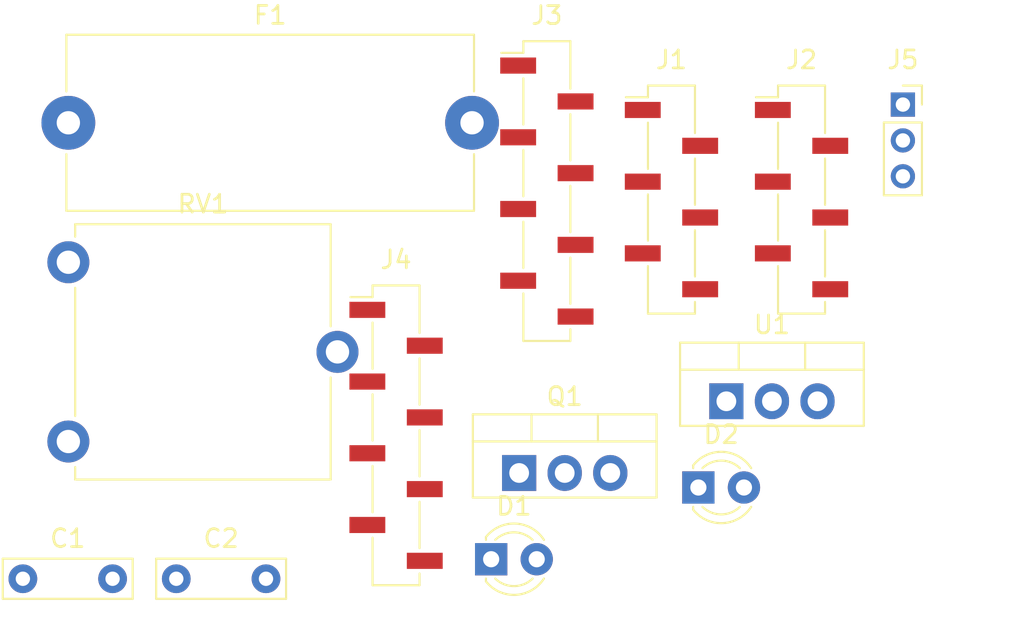
<source format=kicad_pcb>
(kicad_pcb (version 20171130) (host pcbnew 5.1.6)

  (general
    (thickness 1.6)
    (drawings 0)
    (tracks 0)
    (zones 0)
    (modules 13)
    (nets 51)
  )

  (page A4)
  (layers
    (0 F.Cu signal)
    (31 B.Cu signal)
    (32 B.Adhes user)
    (33 F.Adhes user)
    (34 B.Paste user)
    (35 F.Paste user)
    (36 B.SilkS user)
    (37 F.SilkS user)
    (38 B.Mask user)
    (39 F.Mask user)
    (40 Dwgs.User user)
    (41 Cmts.User user)
    (42 Eco1.User user)
    (43 Eco2.User user)
    (44 Edge.Cuts user)
    (45 Margin user)
    (46 B.CrtYd user)
    (47 F.CrtYd user)
    (48 B.Fab user)
    (49 F.Fab user)
  )

  (setup
    (last_trace_width 0.25)
    (trace_clearance 0.2)
    (zone_clearance 0.508)
    (zone_45_only no)
    (trace_min 0.2)
    (via_size 0.8)
    (via_drill 0.4)
    (via_min_size 0.4)
    (via_min_drill 0.3)
    (uvia_size 0.3)
    (uvia_drill 0.1)
    (uvias_allowed no)
    (uvia_min_size 0.2)
    (uvia_min_drill 0.1)
    (edge_width 0.05)
    (segment_width 0.2)
    (pcb_text_width 0.3)
    (pcb_text_size 1.5 1.5)
    (mod_edge_width 0.12)
    (mod_text_size 1 1)
    (mod_text_width 0.15)
    (pad_size 1.524 1.524)
    (pad_drill 0.762)
    (pad_to_mask_clearance 0.05)
    (aux_axis_origin 0 0)
    (visible_elements FFFFFF7F)
    (pcbplotparams
      (layerselection 0x010fc_ffffffff)
      (usegerberextensions false)
      (usegerberattributes true)
      (usegerberadvancedattributes true)
      (creategerberjobfile true)
      (excludeedgelayer true)
      (linewidth 0.100000)
      (plotframeref false)
      (viasonmask false)
      (mode 1)
      (useauxorigin false)
      (hpglpennumber 1)
      (hpglpenspeed 20)
      (hpglpendiameter 15.000000)
      (psnegative false)
      (psa4output false)
      (plotreference true)
      (plotvalue true)
      (plotinvisibletext false)
      (padsonsilk false)
      (subtractmaskfromsilk false)
      (outputformat 1)
      (mirror false)
      (drillshape 1)
      (scaleselection 1)
      (outputdirectory ""))
  )

  (net 0 "")
  (net 1 "Net-(C1-Pad2)")
  (net 2 "Net-(C1-Pad1)")
  (net 3 "Net-(C2-Pad2)")
  (net 4 "Net-(C2-Pad1)")
  (net 5 "Net-(D1-Pad2)")
  (net 6 "Net-(D1-Pad1)")
  (net 7 "Net-(D2-Pad2)")
  (net 8 "Net-(D2-Pad1)")
  (net 9 "Net-(F1-Pad2)")
  (net 10 "Net-(F1-Pad1)")
  (net 11 "Net-(J1-Pad6)")
  (net 12 "Net-(J1-Pad4)")
  (net 13 "Net-(J1-Pad2)")
  (net 14 "Net-(J1-Pad5)")
  (net 15 "Net-(J1-Pad3)")
  (net 16 "Net-(J1-Pad1)")
  (net 17 "Net-(J2-Pad6)")
  (net 18 "Net-(J2-Pad4)")
  (net 19 "Net-(J2-Pad2)")
  (net 20 "Net-(J2-Pad5)")
  (net 21 "Net-(J2-Pad3)")
  (net 22 "Net-(J2-Pad1)")
  (net 23 "Net-(J3-Pad8)")
  (net 24 "Net-(J3-Pad6)")
  (net 25 "Net-(J3-Pad4)")
  (net 26 "Net-(J3-Pad2)")
  (net 27 "Net-(J3-Pad7)")
  (net 28 "Net-(J3-Pad5)")
  (net 29 "Net-(J3-Pad3)")
  (net 30 "Net-(J3-Pad1)")
  (net 31 "Net-(J4-Pad8)")
  (net 32 "Net-(J4-Pad6)")
  (net 33 "Net-(J4-Pad4)")
  (net 34 "Net-(J4-Pad2)")
  (net 35 "Net-(J4-Pad7)")
  (net 36 "Net-(J4-Pad5)")
  (net 37 "Net-(J4-Pad3)")
  (net 38 "Net-(J4-Pad1)")
  (net 39 "Net-(J5-Pad3)")
  (net 40 "Net-(J5-Pad2)")
  (net 41 "Net-(J5-Pad1)")
  (net 42 "Net-(Q1-Pad3)")
  (net 43 "Net-(Q1-Pad2)")
  (net 44 "Net-(Q1-Pad1)")
  (net 45 "Net-(RV1-Pad1)")
  (net 46 "Net-(RV1-Pad2)")
  (net 47 "Net-(RV1-Pad3)")
  (net 48 "Net-(U1-Pad3)")
  (net 49 "Net-(U1-Pad2)")
  (net 50 "Net-(U1-Pad1)")

  (net_class Default "This is the default net class."
    (clearance 0.2)
    (trace_width 0.25)
    (via_dia 0.8)
    (via_drill 0.4)
    (uvia_dia 0.3)
    (uvia_drill 0.1)
    (add_net "Net-(C1-Pad1)")
    (add_net "Net-(C1-Pad2)")
    (add_net "Net-(C2-Pad1)")
    (add_net "Net-(C2-Pad2)")
    (add_net "Net-(D1-Pad1)")
    (add_net "Net-(D1-Pad2)")
    (add_net "Net-(D2-Pad1)")
    (add_net "Net-(D2-Pad2)")
    (add_net "Net-(F1-Pad1)")
    (add_net "Net-(F1-Pad2)")
    (add_net "Net-(J1-Pad1)")
    (add_net "Net-(J1-Pad2)")
    (add_net "Net-(J1-Pad3)")
    (add_net "Net-(J1-Pad4)")
    (add_net "Net-(J1-Pad5)")
    (add_net "Net-(J1-Pad6)")
    (add_net "Net-(J2-Pad1)")
    (add_net "Net-(J2-Pad2)")
    (add_net "Net-(J2-Pad3)")
    (add_net "Net-(J2-Pad4)")
    (add_net "Net-(J2-Pad5)")
    (add_net "Net-(J2-Pad6)")
    (add_net "Net-(J3-Pad1)")
    (add_net "Net-(J3-Pad2)")
    (add_net "Net-(J3-Pad3)")
    (add_net "Net-(J3-Pad4)")
    (add_net "Net-(J3-Pad5)")
    (add_net "Net-(J3-Pad6)")
    (add_net "Net-(J3-Pad7)")
    (add_net "Net-(J3-Pad8)")
    (add_net "Net-(J4-Pad1)")
    (add_net "Net-(J4-Pad2)")
    (add_net "Net-(J4-Pad3)")
    (add_net "Net-(J4-Pad4)")
    (add_net "Net-(J4-Pad5)")
    (add_net "Net-(J4-Pad6)")
    (add_net "Net-(J4-Pad7)")
    (add_net "Net-(J4-Pad8)")
    (add_net "Net-(J5-Pad1)")
    (add_net "Net-(J5-Pad2)")
    (add_net "Net-(J5-Pad3)")
    (add_net "Net-(Q1-Pad1)")
    (add_net "Net-(Q1-Pad2)")
    (add_net "Net-(Q1-Pad3)")
    (add_net "Net-(RV1-Pad1)")
    (add_net "Net-(RV1-Pad2)")
    (add_net "Net-(RV1-Pad3)")
    (add_net "Net-(U1-Pad1)")
    (add_net "Net-(U1-Pad2)")
    (add_net "Net-(U1-Pad3)")
  )

  (module Package_TO_SOT_THT:TO-220-3_Vertical (layer F.Cu) (tedit 5AC8BA0D) (tstamp 5F455931)
    (at 81.125001 53.635001)
    (descr "TO-220-3, Vertical, RM 2.54mm, see https://www.vishay.com/docs/66542/to-220-1.pdf")
    (tags "TO-220-3 Vertical RM 2.54mm")
    (path /5F4573E9)
    (fp_text reference U1 (at 2.54 -4.27) (layer F.SilkS)
      (effects (font (size 1 1) (thickness 0.15)))
    )
    (fp_text value LM7805_TO220 (at 2.54 2.5) (layer F.Fab)
      (effects (font (size 1 1) (thickness 0.15)))
    )
    (fp_text user %R (at 2.54 -4.27) (layer F.Fab)
      (effects (font (size 1 1) (thickness 0.15)))
    )
    (fp_line (start -2.46 -3.15) (end -2.46 1.25) (layer F.Fab) (width 0.1))
    (fp_line (start -2.46 1.25) (end 7.54 1.25) (layer F.Fab) (width 0.1))
    (fp_line (start 7.54 1.25) (end 7.54 -3.15) (layer F.Fab) (width 0.1))
    (fp_line (start 7.54 -3.15) (end -2.46 -3.15) (layer F.Fab) (width 0.1))
    (fp_line (start -2.46 -1.88) (end 7.54 -1.88) (layer F.Fab) (width 0.1))
    (fp_line (start 0.69 -3.15) (end 0.69 -1.88) (layer F.Fab) (width 0.1))
    (fp_line (start 4.39 -3.15) (end 4.39 -1.88) (layer F.Fab) (width 0.1))
    (fp_line (start -2.58 -3.27) (end 7.66 -3.27) (layer F.SilkS) (width 0.12))
    (fp_line (start -2.58 1.371) (end 7.66 1.371) (layer F.SilkS) (width 0.12))
    (fp_line (start -2.58 -3.27) (end -2.58 1.371) (layer F.SilkS) (width 0.12))
    (fp_line (start 7.66 -3.27) (end 7.66 1.371) (layer F.SilkS) (width 0.12))
    (fp_line (start -2.58 -1.76) (end 7.66 -1.76) (layer F.SilkS) (width 0.12))
    (fp_line (start 0.69 -3.27) (end 0.69 -1.76) (layer F.SilkS) (width 0.12))
    (fp_line (start 4.391 -3.27) (end 4.391 -1.76) (layer F.SilkS) (width 0.12))
    (fp_line (start -2.71 -3.4) (end -2.71 1.51) (layer F.CrtYd) (width 0.05))
    (fp_line (start -2.71 1.51) (end 7.79 1.51) (layer F.CrtYd) (width 0.05))
    (fp_line (start 7.79 1.51) (end 7.79 -3.4) (layer F.CrtYd) (width 0.05))
    (fp_line (start 7.79 -3.4) (end -2.71 -3.4) (layer F.CrtYd) (width 0.05))
    (pad 3 thru_hole oval (at 5.08 0) (size 1.905 2) (drill 1.1) (layers *.Cu *.Mask)
      (net 48 "Net-(U1-Pad3)"))
    (pad 2 thru_hole oval (at 2.54 0) (size 1.905 2) (drill 1.1) (layers *.Cu *.Mask)
      (net 49 "Net-(U1-Pad2)"))
    (pad 1 thru_hole rect (at 0 0) (size 1.905 2) (drill 1.1) (layers *.Cu *.Mask)
      (net 50 "Net-(U1-Pad1)"))
    (model ${KISYS3DMOD}/Package_TO_SOT_THT.3dshapes/TO-220-3_Vertical.wrl
      (at (xyz 0 0 0))
      (scale (xyz 1 1 1))
      (rotate (xyz 0 0 0))
    )
  )

  (module Potentiometer_THT:Potentiometer_ACP_CA14V-15_Vertical (layer F.Cu) (tedit 5A3D4994) (tstamp 5F455917)
    (at 44.45 55.88)
    (descr "Potentiometer, vertical, ACP CA14V-15, http://www.acptechnologies.com/wp-content/uploads/2017/10/03-ACP-CA14-CE14.pdf")
    (tags "Potentiometer vertical ACP CA14V-15")
    (path /5F45ABA9)
    (fp_text reference RV1 (at 7.5 -13.25) (layer F.SilkS)
      (effects (font (size 1 1) (thickness 0.15)))
    )
    (fp_text value R_POT_TRIM (at 7.5 3.25) (layer F.Fab)
      (effects (font (size 1 1) (thickness 0.15)))
    )
    (fp_text user %R (at 1.5 -5 90) (layer F.Fab)
      (effects (font (size 1 1) (thickness 0.15)))
    )
    (fp_circle (center 7.5 -5) (end 10 -5) (layer F.Fab) (width 0.1))
    (fp_line (start 0.5 -12) (end 0.5 2) (layer F.Fab) (width 0.1))
    (fp_line (start 0.5 2) (end 14.5 2) (layer F.Fab) (width 0.1))
    (fp_line (start 14.5 2) (end 14.5 -12) (layer F.Fab) (width 0.1))
    (fp_line (start 14.5 -12) (end 0.5 -12) (layer F.Fab) (width 0.1))
    (fp_line (start 0.38 -12.12) (end 14.62 -12.12) (layer F.SilkS) (width 0.12))
    (fp_line (start 0.38 2.12) (end 14.62 2.12) (layer F.SilkS) (width 0.12))
    (fp_line (start 0.38 -12.12) (end 0.38 -11.426) (layer F.SilkS) (width 0.12))
    (fp_line (start 0.38 -8.574) (end 0.38 -1.425) (layer F.SilkS) (width 0.12))
    (fp_line (start 0.38 1.425) (end 0.38 2.12) (layer F.SilkS) (width 0.12))
    (fp_line (start 14.62 -12.12) (end 14.62 -6.425) (layer F.SilkS) (width 0.12))
    (fp_line (start 14.62 -3.575) (end 14.62 2.12) (layer F.SilkS) (width 0.12))
    (fp_line (start -1.45 -12.25) (end -1.45 2.25) (layer F.CrtYd) (width 0.05))
    (fp_line (start -1.45 2.25) (end 16.45 2.25) (layer F.CrtYd) (width 0.05))
    (fp_line (start 16.45 2.25) (end 16.45 -12.25) (layer F.CrtYd) (width 0.05))
    (fp_line (start 16.45 -12.25) (end -1.45 -12.25) (layer F.CrtYd) (width 0.05))
    (pad 1 thru_hole circle (at 0 0) (size 2.34 2.34) (drill 1.3) (layers *.Cu *.Mask)
      (net 45 "Net-(RV1-Pad1)"))
    (pad 2 thru_hole circle (at 15 -5) (size 2.34 2.34) (drill 1.3) (layers *.Cu *.Mask)
      (net 46 "Net-(RV1-Pad2)"))
    (pad 3 thru_hole circle (at 0 -10) (size 2.34 2.34) (drill 1.3) (layers *.Cu *.Mask)
      (net 47 "Net-(RV1-Pad3)"))
    (model ${KISYS3DMOD}/Potentiometer_THT.3dshapes/Potentiometer_ACP_CA14V-15_Vertical.wrl
      (at (xyz 0 0 0))
      (scale (xyz 1 1 1))
      (rotate (xyz 0 0 0))
    )
  )

  (module Package_TO_SOT_THT:TO-220-3_Vertical (layer F.Cu) (tedit 5AC8BA0D) (tstamp 5F4558FF)
    (at 69.575001 57.635001)
    (descr "TO-220-3, Vertical, RM 2.54mm, see https://www.vishay.com/docs/66542/to-220-1.pdf")
    (tags "TO-220-3 Vertical RM 2.54mm")
    (path /5F4567FA)
    (fp_text reference Q1 (at 2.54 -4.27) (layer F.SilkS)
      (effects (font (size 1 1) (thickness 0.15)))
    )
    (fp_text value BUZ11 (at 2.54 2.5) (layer F.Fab)
      (effects (font (size 1 1) (thickness 0.15)))
    )
    (fp_text user %R (at 2.54 -4.27) (layer F.Fab)
      (effects (font (size 1 1) (thickness 0.15)))
    )
    (fp_line (start -2.46 -3.15) (end -2.46 1.25) (layer F.Fab) (width 0.1))
    (fp_line (start -2.46 1.25) (end 7.54 1.25) (layer F.Fab) (width 0.1))
    (fp_line (start 7.54 1.25) (end 7.54 -3.15) (layer F.Fab) (width 0.1))
    (fp_line (start 7.54 -3.15) (end -2.46 -3.15) (layer F.Fab) (width 0.1))
    (fp_line (start -2.46 -1.88) (end 7.54 -1.88) (layer F.Fab) (width 0.1))
    (fp_line (start 0.69 -3.15) (end 0.69 -1.88) (layer F.Fab) (width 0.1))
    (fp_line (start 4.39 -3.15) (end 4.39 -1.88) (layer F.Fab) (width 0.1))
    (fp_line (start -2.58 -3.27) (end 7.66 -3.27) (layer F.SilkS) (width 0.12))
    (fp_line (start -2.58 1.371) (end 7.66 1.371) (layer F.SilkS) (width 0.12))
    (fp_line (start -2.58 -3.27) (end -2.58 1.371) (layer F.SilkS) (width 0.12))
    (fp_line (start 7.66 -3.27) (end 7.66 1.371) (layer F.SilkS) (width 0.12))
    (fp_line (start -2.58 -1.76) (end 7.66 -1.76) (layer F.SilkS) (width 0.12))
    (fp_line (start 0.69 -3.27) (end 0.69 -1.76) (layer F.SilkS) (width 0.12))
    (fp_line (start 4.391 -3.27) (end 4.391 -1.76) (layer F.SilkS) (width 0.12))
    (fp_line (start -2.71 -3.4) (end -2.71 1.51) (layer F.CrtYd) (width 0.05))
    (fp_line (start -2.71 1.51) (end 7.79 1.51) (layer F.CrtYd) (width 0.05))
    (fp_line (start 7.79 1.51) (end 7.79 -3.4) (layer F.CrtYd) (width 0.05))
    (fp_line (start 7.79 -3.4) (end -2.71 -3.4) (layer F.CrtYd) (width 0.05))
    (pad 3 thru_hole oval (at 5.08 0) (size 1.905 2) (drill 1.1) (layers *.Cu *.Mask)
      (net 42 "Net-(Q1-Pad3)"))
    (pad 2 thru_hole oval (at 2.54 0) (size 1.905 2) (drill 1.1) (layers *.Cu *.Mask)
      (net 43 "Net-(Q1-Pad2)"))
    (pad 1 thru_hole rect (at 0 0) (size 1.905 2) (drill 1.1) (layers *.Cu *.Mask)
      (net 44 "Net-(Q1-Pad1)"))
    (model ${KISYS3DMOD}/Package_TO_SOT_THT.3dshapes/TO-220-3_Vertical.wrl
      (at (xyz 0 0 0))
      (scale (xyz 1 1 1))
      (rotate (xyz 0 0 0))
    )
  )

  (module Connector_PinSocket_2.00mm:PinSocket_1x03_P2.00mm_Vertical (layer F.Cu) (tedit 5A19A42B) (tstamp 5F4558E5)
    (at 90.965001 37.085001)
    (descr "Through hole straight socket strip, 1x03, 2.00mm pitch, single row (from Kicad 4.0.7), script generated")
    (tags "Through hole socket strip THT 1x03 2.00mm single row")
    (path /5F455BF6)
    (fp_text reference J5 (at 0 -2.5) (layer F.SilkS)
      (effects (font (size 1 1) (thickness 0.15)))
    )
    (fp_text value Conn_01x03_Male (at 0 6.5) (layer F.Fab)
      (effects (font (size 1 1) (thickness 0.15)))
    )
    (fp_text user %R (at 0 2 90) (layer F.Fab)
      (effects (font (size 1 1) (thickness 0.15)))
    )
    (fp_line (start -1 -1) (end 0.5 -1) (layer F.Fab) (width 0.1))
    (fp_line (start 0.5 -1) (end 1 -0.5) (layer F.Fab) (width 0.1))
    (fp_line (start 1 -0.5) (end 1 5) (layer F.Fab) (width 0.1))
    (fp_line (start 1 5) (end -1 5) (layer F.Fab) (width 0.1))
    (fp_line (start -1 5) (end -1 -1) (layer F.Fab) (width 0.1))
    (fp_line (start -1.06 1) (end 1.06 1) (layer F.SilkS) (width 0.12))
    (fp_line (start -1.06 1) (end -1.06 5.06) (layer F.SilkS) (width 0.12))
    (fp_line (start -1.06 5.06) (end 1.06 5.06) (layer F.SilkS) (width 0.12))
    (fp_line (start 1.06 1) (end 1.06 5.06) (layer F.SilkS) (width 0.12))
    (fp_line (start 1.06 -1.06) (end 1.06 0) (layer F.SilkS) (width 0.12))
    (fp_line (start 0 -1.06) (end 1.06 -1.06) (layer F.SilkS) (width 0.12))
    (fp_line (start -1.5 -1.5) (end 1.5 -1.5) (layer F.CrtYd) (width 0.05))
    (fp_line (start 1.5 -1.5) (end 1.5 5.5) (layer F.CrtYd) (width 0.05))
    (fp_line (start 1.5 5.5) (end -1.5 5.5) (layer F.CrtYd) (width 0.05))
    (fp_line (start -1.5 5.5) (end -1.5 -1.5) (layer F.CrtYd) (width 0.05))
    (pad 3 thru_hole oval (at 0 4) (size 1.35 1.35) (drill 0.8) (layers *.Cu *.Mask)
      (net 39 "Net-(J5-Pad3)"))
    (pad 2 thru_hole oval (at 0 2) (size 1.35 1.35) (drill 0.8) (layers *.Cu *.Mask)
      (net 40 "Net-(J5-Pad2)"))
    (pad 1 thru_hole rect (at 0 0) (size 1.35 1.35) (drill 0.8) (layers *.Cu *.Mask)
      (net 41 "Net-(J5-Pad1)"))
    (model ${KISYS3DMOD}/Connector_PinSocket_2.00mm.3dshapes/PinSocket_1x03_P2.00mm_Vertical.wrl
      (at (xyz 0 0 0))
      (scale (xyz 1 1 1))
      (rotate (xyz 0 0 0))
    )
  )

  (module Connector_PinSocket_2.00mm:PinSocket_1x08_P2.00mm_Vertical_SMD_Pin1Left (layer F.Cu) (tedit 5A19A423) (tstamp 5F4558CE)
    (at 62.715001 55.535001)
    (descr "surface-mounted straight socket strip, 1x08, 2.00mm pitch, single row, style 1 (pin 1 left) (https://www.jayconsystems.com/fileuploader/download/download/?d=1&file=custom%2Fupload%2FFile-1375728122.pdf), script generated")
    (tags "Surface mounted socket strip SMD 1x08 2.00mm single row style1 pin1 left")
    (path /5F453DBE)
    (attr smd)
    (fp_text reference J4 (at 0 -9.8) (layer F.SilkS)
      (effects (font (size 1 1) (thickness 0.15)))
    )
    (fp_text value Conn_01x08_Male (at 0 9.8) (layer F.Fab)
      (effects (font (size 1 1) (thickness 0.15)))
    )
    (fp_text user %R (at 0 0 90) (layer F.Fab)
      (effects (font (size 1 1) (thickness 0.15)))
    )
    (fp_line (start -1.31 -8.36) (end 1.31 -8.36) (layer F.SilkS) (width 0.12))
    (fp_line (start 1.31 -8.36) (end 1.31 -5.71) (layer F.SilkS) (width 0.12))
    (fp_line (start 1.31 -4.29) (end 1.31 -1.71) (layer F.SilkS) (width 0.12))
    (fp_line (start 1.31 -0.29) (end 1.31 2.29) (layer F.SilkS) (width 0.12))
    (fp_line (start 1.31 3.71) (end 1.31 6.29) (layer F.SilkS) (width 0.12))
    (fp_line (start 1.31 7.71) (end 1.31 8.36) (layer F.SilkS) (width 0.12))
    (fp_line (start -1.31 8.36) (end 1.31 8.36) (layer F.SilkS) (width 0.12))
    (fp_line (start -1.31 -8.36) (end -1.31 -7.71) (layer F.SilkS) (width 0.12))
    (fp_line (start -1.31 -6.29) (end -1.31 -3.71) (layer F.SilkS) (width 0.12))
    (fp_line (start -1.31 -2.29) (end -1.31 0.29) (layer F.SilkS) (width 0.12))
    (fp_line (start -1.31 1.71) (end -1.31 4.29) (layer F.SilkS) (width 0.12))
    (fp_line (start -1.31 5.71) (end -1.31 8.36) (layer F.SilkS) (width 0.12))
    (fp_line (start -2.54 -7.71) (end -1.31 -7.71) (layer F.SilkS) (width 0.12))
    (fp_line (start -0.625 -8.3) (end 1.25 -8.3) (layer F.Fab) (width 0.1))
    (fp_line (start 1.25 -8.3) (end 1.25 8.3) (layer F.Fab) (width 0.1))
    (fp_line (start 1.25 8.3) (end -1.25 8.3) (layer F.Fab) (width 0.1))
    (fp_line (start -1.25 8.3) (end -1.25 -7.675) (layer F.Fab) (width 0.1))
    (fp_line (start -1.25 -7.675) (end -0.625 -8.3) (layer F.Fab) (width 0.1))
    (fp_line (start -2.1 -7.25) (end -1.25 -7.25) (layer F.Fab) (width 0.1))
    (fp_line (start -1.25 -6.75) (end -2.1 -6.75) (layer F.Fab) (width 0.1))
    (fp_line (start -2.1 -6.75) (end -2.1 -7.25) (layer F.Fab) (width 0.1))
    (fp_line (start 1.25 -5.25) (end 2.1 -5.25) (layer F.Fab) (width 0.1))
    (fp_line (start 2.1 -5.25) (end 2.1 -4.75) (layer F.Fab) (width 0.1))
    (fp_line (start 2.1 -4.75) (end 1.25 -4.75) (layer F.Fab) (width 0.1))
    (fp_line (start -2.1 -3.25) (end -1.25 -3.25) (layer F.Fab) (width 0.1))
    (fp_line (start -1.25 -2.75) (end -2.1 -2.75) (layer F.Fab) (width 0.1))
    (fp_line (start -2.1 -2.75) (end -2.1 -3.25) (layer F.Fab) (width 0.1))
    (fp_line (start 1.25 -1.25) (end 2.1 -1.25) (layer F.Fab) (width 0.1))
    (fp_line (start 2.1 -1.25) (end 2.1 -0.75) (layer F.Fab) (width 0.1))
    (fp_line (start 2.1 -0.75) (end 1.25 -0.75) (layer F.Fab) (width 0.1))
    (fp_line (start -2.1 0.75) (end -1.25 0.75) (layer F.Fab) (width 0.1))
    (fp_line (start -1.25 1.25) (end -2.1 1.25) (layer F.Fab) (width 0.1))
    (fp_line (start -2.1 1.25) (end -2.1 0.75) (layer F.Fab) (width 0.1))
    (fp_line (start 1.25 2.75) (end 2.1 2.75) (layer F.Fab) (width 0.1))
    (fp_line (start 2.1 2.75) (end 2.1 3.25) (layer F.Fab) (width 0.1))
    (fp_line (start 2.1 3.25) (end 1.25 3.25) (layer F.Fab) (width 0.1))
    (fp_line (start -2.1 4.75) (end -1.25 4.75) (layer F.Fab) (width 0.1))
    (fp_line (start -1.25 5.25) (end -2.1 5.25) (layer F.Fab) (width 0.1))
    (fp_line (start -2.1 5.25) (end -2.1 4.75) (layer F.Fab) (width 0.1))
    (fp_line (start 1.25 6.75) (end 2.1 6.75) (layer F.Fab) (width 0.1))
    (fp_line (start 2.1 6.75) (end 2.1 7.25) (layer F.Fab) (width 0.1))
    (fp_line (start 2.1 7.25) (end 1.25 7.25) (layer F.Fab) (width 0.1))
    (fp_line (start -3.1 -8.8) (end 3.1 -8.8) (layer F.CrtYd) (width 0.05))
    (fp_line (start 3.1 -8.8) (end 3.1 8.8) (layer F.CrtYd) (width 0.05))
    (fp_line (start 3.1 8.8) (end -3.1 8.8) (layer F.CrtYd) (width 0.05))
    (fp_line (start -3.1 8.8) (end -3.1 -8.8) (layer F.CrtYd) (width 0.05))
    (pad 8 smd rect (at 1.6 7) (size 2 0.9) (layers F.Cu F.Paste F.Mask)
      (net 31 "Net-(J4-Pad8)"))
    (pad 6 smd rect (at 1.6 3) (size 2 0.9) (layers F.Cu F.Paste F.Mask)
      (net 32 "Net-(J4-Pad6)"))
    (pad 4 smd rect (at 1.6 -1) (size 2 0.9) (layers F.Cu F.Paste F.Mask)
      (net 33 "Net-(J4-Pad4)"))
    (pad 2 smd rect (at 1.6 -5) (size 2 0.9) (layers F.Cu F.Paste F.Mask)
      (net 34 "Net-(J4-Pad2)"))
    (pad 7 smd rect (at -1.6 5) (size 2 0.9) (layers F.Cu F.Paste F.Mask)
      (net 35 "Net-(J4-Pad7)"))
    (pad 5 smd rect (at -1.6 1) (size 2 0.9) (layers F.Cu F.Paste F.Mask)
      (net 36 "Net-(J4-Pad5)"))
    (pad 3 smd rect (at -1.6 -3) (size 2 0.9) (layers F.Cu F.Paste F.Mask)
      (net 37 "Net-(J4-Pad3)"))
    (pad 1 smd rect (at -1.6 -7) (size 2 0.9) (layers F.Cu F.Paste F.Mask)
      (net 38 "Net-(J4-Pad1)"))
    (model ${KISYS3DMOD}/Connector_PinSocket_2.00mm.3dshapes/PinSocket_1x08_P2.00mm_Vertical_SMD_Pin1Left.wrl
      (at (xyz 0 0 0))
      (scale (xyz 1 1 1))
      (rotate (xyz 0 0 0))
    )
  )

  (module Connector_PinSocket_2.00mm:PinSocket_1x08_P2.00mm_Vertical_SMD_Pin1Left (layer F.Cu) (tedit 5A19A423) (tstamp 5F455893)
    (at 71.12 41.91)
    (descr "surface-mounted straight socket strip, 1x08, 2.00mm pitch, single row, style 1 (pin 1 left) (https://www.jayconsystems.com/fileuploader/download/download/?d=1&file=custom%2Fupload%2FFile-1375728122.pdf), script generated")
    (tags "Surface mounted socket strip SMD 1x08 2.00mm single row style1 pin1 left")
    (path /5F452F2D)
    (attr smd)
    (fp_text reference J3 (at 0 -9.8) (layer F.SilkS)
      (effects (font (size 1 1) (thickness 0.15)))
    )
    (fp_text value Conn_01x08_Male (at 0 9.8) (layer F.Fab)
      (effects (font (size 1 1) (thickness 0.15)))
    )
    (fp_text user %R (at 0 0 90) (layer F.Fab)
      (effects (font (size 1 1) (thickness 0.15)))
    )
    (fp_line (start -1.31 -8.36) (end 1.31 -8.36) (layer F.SilkS) (width 0.12))
    (fp_line (start 1.31 -8.36) (end 1.31 -5.71) (layer F.SilkS) (width 0.12))
    (fp_line (start 1.31 -4.29) (end 1.31 -1.71) (layer F.SilkS) (width 0.12))
    (fp_line (start 1.31 -0.29) (end 1.31 2.29) (layer F.SilkS) (width 0.12))
    (fp_line (start 1.31 3.71) (end 1.31 6.29) (layer F.SilkS) (width 0.12))
    (fp_line (start 1.31 7.71) (end 1.31 8.36) (layer F.SilkS) (width 0.12))
    (fp_line (start -1.31 8.36) (end 1.31 8.36) (layer F.SilkS) (width 0.12))
    (fp_line (start -1.31 -8.36) (end -1.31 -7.71) (layer F.SilkS) (width 0.12))
    (fp_line (start -1.31 -6.29) (end -1.31 -3.71) (layer F.SilkS) (width 0.12))
    (fp_line (start -1.31 -2.29) (end -1.31 0.29) (layer F.SilkS) (width 0.12))
    (fp_line (start -1.31 1.71) (end -1.31 4.29) (layer F.SilkS) (width 0.12))
    (fp_line (start -1.31 5.71) (end -1.31 8.36) (layer F.SilkS) (width 0.12))
    (fp_line (start -2.54 -7.71) (end -1.31 -7.71) (layer F.SilkS) (width 0.12))
    (fp_line (start -0.625 -8.3) (end 1.25 -8.3) (layer F.Fab) (width 0.1))
    (fp_line (start 1.25 -8.3) (end 1.25 8.3) (layer F.Fab) (width 0.1))
    (fp_line (start 1.25 8.3) (end -1.25 8.3) (layer F.Fab) (width 0.1))
    (fp_line (start -1.25 8.3) (end -1.25 -7.675) (layer F.Fab) (width 0.1))
    (fp_line (start -1.25 -7.675) (end -0.625 -8.3) (layer F.Fab) (width 0.1))
    (fp_line (start -2.1 -7.25) (end -1.25 -7.25) (layer F.Fab) (width 0.1))
    (fp_line (start -1.25 -6.75) (end -2.1 -6.75) (layer F.Fab) (width 0.1))
    (fp_line (start -2.1 -6.75) (end -2.1 -7.25) (layer F.Fab) (width 0.1))
    (fp_line (start 1.25 -5.25) (end 2.1 -5.25) (layer F.Fab) (width 0.1))
    (fp_line (start 2.1 -5.25) (end 2.1 -4.75) (layer F.Fab) (width 0.1))
    (fp_line (start 2.1 -4.75) (end 1.25 -4.75) (layer F.Fab) (width 0.1))
    (fp_line (start -2.1 -3.25) (end -1.25 -3.25) (layer F.Fab) (width 0.1))
    (fp_line (start -1.25 -2.75) (end -2.1 -2.75) (layer F.Fab) (width 0.1))
    (fp_line (start -2.1 -2.75) (end -2.1 -3.25) (layer F.Fab) (width 0.1))
    (fp_line (start 1.25 -1.25) (end 2.1 -1.25) (layer F.Fab) (width 0.1))
    (fp_line (start 2.1 -1.25) (end 2.1 -0.75) (layer F.Fab) (width 0.1))
    (fp_line (start 2.1 -0.75) (end 1.25 -0.75) (layer F.Fab) (width 0.1))
    (fp_line (start -2.1 0.75) (end -1.25 0.75) (layer F.Fab) (width 0.1))
    (fp_line (start -1.25 1.25) (end -2.1 1.25) (layer F.Fab) (width 0.1))
    (fp_line (start -2.1 1.25) (end -2.1 0.75) (layer F.Fab) (width 0.1))
    (fp_line (start 1.25 2.75) (end 2.1 2.75) (layer F.Fab) (width 0.1))
    (fp_line (start 2.1 2.75) (end 2.1 3.25) (layer F.Fab) (width 0.1))
    (fp_line (start 2.1 3.25) (end 1.25 3.25) (layer F.Fab) (width 0.1))
    (fp_line (start -2.1 4.75) (end -1.25 4.75) (layer F.Fab) (width 0.1))
    (fp_line (start -1.25 5.25) (end -2.1 5.25) (layer F.Fab) (width 0.1))
    (fp_line (start -2.1 5.25) (end -2.1 4.75) (layer F.Fab) (width 0.1))
    (fp_line (start 1.25 6.75) (end 2.1 6.75) (layer F.Fab) (width 0.1))
    (fp_line (start 2.1 6.75) (end 2.1 7.25) (layer F.Fab) (width 0.1))
    (fp_line (start 2.1 7.25) (end 1.25 7.25) (layer F.Fab) (width 0.1))
    (fp_line (start -3.1 -8.8) (end 3.1 -8.8) (layer F.CrtYd) (width 0.05))
    (fp_line (start 3.1 -8.8) (end 3.1 8.8) (layer F.CrtYd) (width 0.05))
    (fp_line (start 3.1 8.8) (end -3.1 8.8) (layer F.CrtYd) (width 0.05))
    (fp_line (start -3.1 8.8) (end -3.1 -8.8) (layer F.CrtYd) (width 0.05))
    (pad 8 smd rect (at 1.6 7) (size 2 0.9) (layers F.Cu F.Paste F.Mask)
      (net 23 "Net-(J3-Pad8)"))
    (pad 6 smd rect (at 1.6 3) (size 2 0.9) (layers F.Cu F.Paste F.Mask)
      (net 24 "Net-(J3-Pad6)"))
    (pad 4 smd rect (at 1.6 -1) (size 2 0.9) (layers F.Cu F.Paste F.Mask)
      (net 25 "Net-(J3-Pad4)"))
    (pad 2 smd rect (at 1.6 -5) (size 2 0.9) (layers F.Cu F.Paste F.Mask)
      (net 26 "Net-(J3-Pad2)"))
    (pad 7 smd rect (at -1.6 5) (size 2 0.9) (layers F.Cu F.Paste F.Mask)
      (net 27 "Net-(J3-Pad7)"))
    (pad 5 smd rect (at -1.6 1) (size 2 0.9) (layers F.Cu F.Paste F.Mask)
      (net 28 "Net-(J3-Pad5)"))
    (pad 3 smd rect (at -1.6 -3) (size 2 0.9) (layers F.Cu F.Paste F.Mask)
      (net 29 "Net-(J3-Pad3)"))
    (pad 1 smd rect (at -1.6 -7) (size 2 0.9) (layers F.Cu F.Paste F.Mask)
      (net 30 "Net-(J3-Pad1)"))
    (model ${KISYS3DMOD}/Connector_PinSocket_2.00mm.3dshapes/PinSocket_1x08_P2.00mm_Vertical_SMD_Pin1Left.wrl
      (at (xyz 0 0 0))
      (scale (xyz 1 1 1))
      (rotate (xyz 0 0 0))
    )
  )

  (module Connector_PinSocket_2.00mm:PinSocket_1x06_P2.00mm_Vertical_SMD_Pin1Left (layer F.Cu) (tedit 5A19A429) (tstamp 5F455858)
    (at 85.315001 42.385001)
    (descr "surface-mounted straight socket strip, 1x06, 2.00mm pitch, single row, style 1 (pin 1 left) (https://www.jayconsystems.com/fileuploader/download/download/?d=1&file=custom%2Fupload%2FFile-1375728122.pdf), script generated")
    (tags "Surface mounted socket strip SMD 1x06 2.00mm single row style1 pin1 left")
    (path /5F45259C)
    (attr smd)
    (fp_text reference J2 (at 0 -7.8) (layer F.SilkS)
      (effects (font (size 1 1) (thickness 0.15)))
    )
    (fp_text value Conn_01x06_Male (at 0 7.8) (layer F.Fab)
      (effects (font (size 1 1) (thickness 0.15)))
    )
    (fp_text user %R (at 0 0 90) (layer F.Fab)
      (effects (font (size 1 1) (thickness 0.15)))
    )
    (fp_line (start -1.31 -6.36) (end 1.31 -6.36) (layer F.SilkS) (width 0.12))
    (fp_line (start 1.31 -6.36) (end 1.31 -3.71) (layer F.SilkS) (width 0.12))
    (fp_line (start 1.31 -2.29) (end 1.31 0.29) (layer F.SilkS) (width 0.12))
    (fp_line (start 1.31 1.71) (end 1.31 4.29) (layer F.SilkS) (width 0.12))
    (fp_line (start 1.31 5.71) (end 1.31 6.36) (layer F.SilkS) (width 0.12))
    (fp_line (start -1.31 6.36) (end 1.31 6.36) (layer F.SilkS) (width 0.12))
    (fp_line (start -1.31 -6.36) (end -1.31 -5.71) (layer F.SilkS) (width 0.12))
    (fp_line (start -1.31 -4.29) (end -1.31 -1.71) (layer F.SilkS) (width 0.12))
    (fp_line (start -1.31 -0.29) (end -1.31 2.29) (layer F.SilkS) (width 0.12))
    (fp_line (start -1.31 3.71) (end -1.31 6.36) (layer F.SilkS) (width 0.12))
    (fp_line (start -2.54 -5.71) (end -1.31 -5.71) (layer F.SilkS) (width 0.12))
    (fp_line (start -0.625 -6.3) (end 1.25 -6.3) (layer F.Fab) (width 0.1))
    (fp_line (start 1.25 -6.3) (end 1.25 6.3) (layer F.Fab) (width 0.1))
    (fp_line (start 1.25 6.3) (end -1.25 6.3) (layer F.Fab) (width 0.1))
    (fp_line (start -1.25 6.3) (end -1.25 -5.675) (layer F.Fab) (width 0.1))
    (fp_line (start -1.25 -5.675) (end -0.625 -6.3) (layer F.Fab) (width 0.1))
    (fp_line (start -2.1 -5.25) (end -1.25 -5.25) (layer F.Fab) (width 0.1))
    (fp_line (start -1.25 -4.75) (end -2.1 -4.75) (layer F.Fab) (width 0.1))
    (fp_line (start -2.1 -4.75) (end -2.1 -5.25) (layer F.Fab) (width 0.1))
    (fp_line (start 1.25 -3.25) (end 2.1 -3.25) (layer F.Fab) (width 0.1))
    (fp_line (start 2.1 -3.25) (end 2.1 -2.75) (layer F.Fab) (width 0.1))
    (fp_line (start 2.1 -2.75) (end 1.25 -2.75) (layer F.Fab) (width 0.1))
    (fp_line (start -2.1 -1.25) (end -1.25 -1.25) (layer F.Fab) (width 0.1))
    (fp_line (start -1.25 -0.75) (end -2.1 -0.75) (layer F.Fab) (width 0.1))
    (fp_line (start -2.1 -0.75) (end -2.1 -1.25) (layer F.Fab) (width 0.1))
    (fp_line (start 1.25 0.75) (end 2.1 0.75) (layer F.Fab) (width 0.1))
    (fp_line (start 2.1 0.75) (end 2.1 1.25) (layer F.Fab) (width 0.1))
    (fp_line (start 2.1 1.25) (end 1.25 1.25) (layer F.Fab) (width 0.1))
    (fp_line (start -2.1 2.75) (end -1.25 2.75) (layer F.Fab) (width 0.1))
    (fp_line (start -1.25 3.25) (end -2.1 3.25) (layer F.Fab) (width 0.1))
    (fp_line (start -2.1 3.25) (end -2.1 2.75) (layer F.Fab) (width 0.1))
    (fp_line (start 1.25 4.75) (end 2.1 4.75) (layer F.Fab) (width 0.1))
    (fp_line (start 2.1 4.75) (end 2.1 5.25) (layer F.Fab) (width 0.1))
    (fp_line (start 2.1 5.25) (end 1.25 5.25) (layer F.Fab) (width 0.1))
    (fp_line (start -3.1 -6.8) (end 3.1 -6.8) (layer F.CrtYd) (width 0.05))
    (fp_line (start 3.1 -6.8) (end 3.1 6.8) (layer F.CrtYd) (width 0.05))
    (fp_line (start 3.1 6.8) (end -3.1 6.8) (layer F.CrtYd) (width 0.05))
    (fp_line (start -3.1 6.8) (end -3.1 -6.8) (layer F.CrtYd) (width 0.05))
    (pad 6 smd rect (at 1.6 5) (size 2 0.9) (layers F.Cu F.Paste F.Mask)
      (net 17 "Net-(J2-Pad6)"))
    (pad 4 smd rect (at 1.6 1) (size 2 0.9) (layers F.Cu F.Paste F.Mask)
      (net 18 "Net-(J2-Pad4)"))
    (pad 2 smd rect (at 1.6 -3) (size 2 0.9) (layers F.Cu F.Paste F.Mask)
      (net 19 "Net-(J2-Pad2)"))
    (pad 5 smd rect (at -1.6 3) (size 2 0.9) (layers F.Cu F.Paste F.Mask)
      (net 20 "Net-(J2-Pad5)"))
    (pad 3 smd rect (at -1.6 -1) (size 2 0.9) (layers F.Cu F.Paste F.Mask)
      (net 21 "Net-(J2-Pad3)"))
    (pad 1 smd rect (at -1.6 -5) (size 2 0.9) (layers F.Cu F.Paste F.Mask)
      (net 22 "Net-(J2-Pad1)"))
    (model ${KISYS3DMOD}/Connector_PinSocket_2.00mm.3dshapes/PinSocket_1x06_P2.00mm_Vertical_SMD_Pin1Left.wrl
      (at (xyz 0 0 0))
      (scale (xyz 1 1 1))
      (rotate (xyz 0 0 0))
    )
  )

  (module Connector_PinSocket_2.00mm:PinSocket_1x06_P2.00mm_Vertical_SMD_Pin1Left (layer F.Cu) (tedit 5A19A429) (tstamp 5F455827)
    (at 78.065001 42.385001)
    (descr "surface-mounted straight socket strip, 1x06, 2.00mm pitch, single row, style 1 (pin 1 left) (https://www.jayconsystems.com/fileuploader/download/download/?d=1&file=custom%2Fupload%2FFile-1375728122.pdf), script generated")
    (tags "Surface mounted socket strip SMD 1x06 2.00mm single row style1 pin1 left")
    (path /5F4519C6)
    (attr smd)
    (fp_text reference J1 (at 0 -7.8) (layer F.SilkS)
      (effects (font (size 1 1) (thickness 0.15)))
    )
    (fp_text value Conn_01x06_Male (at 0 7.8) (layer F.Fab)
      (effects (font (size 1 1) (thickness 0.15)))
    )
    (fp_text user %R (at 0 0 90) (layer F.Fab)
      (effects (font (size 1 1) (thickness 0.15)))
    )
    (fp_line (start -1.31 -6.36) (end 1.31 -6.36) (layer F.SilkS) (width 0.12))
    (fp_line (start 1.31 -6.36) (end 1.31 -3.71) (layer F.SilkS) (width 0.12))
    (fp_line (start 1.31 -2.29) (end 1.31 0.29) (layer F.SilkS) (width 0.12))
    (fp_line (start 1.31 1.71) (end 1.31 4.29) (layer F.SilkS) (width 0.12))
    (fp_line (start 1.31 5.71) (end 1.31 6.36) (layer F.SilkS) (width 0.12))
    (fp_line (start -1.31 6.36) (end 1.31 6.36) (layer F.SilkS) (width 0.12))
    (fp_line (start -1.31 -6.36) (end -1.31 -5.71) (layer F.SilkS) (width 0.12))
    (fp_line (start -1.31 -4.29) (end -1.31 -1.71) (layer F.SilkS) (width 0.12))
    (fp_line (start -1.31 -0.29) (end -1.31 2.29) (layer F.SilkS) (width 0.12))
    (fp_line (start -1.31 3.71) (end -1.31 6.36) (layer F.SilkS) (width 0.12))
    (fp_line (start -2.54 -5.71) (end -1.31 -5.71) (layer F.SilkS) (width 0.12))
    (fp_line (start -0.625 -6.3) (end 1.25 -6.3) (layer F.Fab) (width 0.1))
    (fp_line (start 1.25 -6.3) (end 1.25 6.3) (layer F.Fab) (width 0.1))
    (fp_line (start 1.25 6.3) (end -1.25 6.3) (layer F.Fab) (width 0.1))
    (fp_line (start -1.25 6.3) (end -1.25 -5.675) (layer F.Fab) (width 0.1))
    (fp_line (start -1.25 -5.675) (end -0.625 -6.3) (layer F.Fab) (width 0.1))
    (fp_line (start -2.1 -5.25) (end -1.25 -5.25) (layer F.Fab) (width 0.1))
    (fp_line (start -1.25 -4.75) (end -2.1 -4.75) (layer F.Fab) (width 0.1))
    (fp_line (start -2.1 -4.75) (end -2.1 -5.25) (layer F.Fab) (width 0.1))
    (fp_line (start 1.25 -3.25) (end 2.1 -3.25) (layer F.Fab) (width 0.1))
    (fp_line (start 2.1 -3.25) (end 2.1 -2.75) (layer F.Fab) (width 0.1))
    (fp_line (start 2.1 -2.75) (end 1.25 -2.75) (layer F.Fab) (width 0.1))
    (fp_line (start -2.1 -1.25) (end -1.25 -1.25) (layer F.Fab) (width 0.1))
    (fp_line (start -1.25 -0.75) (end -2.1 -0.75) (layer F.Fab) (width 0.1))
    (fp_line (start -2.1 -0.75) (end -2.1 -1.25) (layer F.Fab) (width 0.1))
    (fp_line (start 1.25 0.75) (end 2.1 0.75) (layer F.Fab) (width 0.1))
    (fp_line (start 2.1 0.75) (end 2.1 1.25) (layer F.Fab) (width 0.1))
    (fp_line (start 2.1 1.25) (end 1.25 1.25) (layer F.Fab) (width 0.1))
    (fp_line (start -2.1 2.75) (end -1.25 2.75) (layer F.Fab) (width 0.1))
    (fp_line (start -1.25 3.25) (end -2.1 3.25) (layer F.Fab) (width 0.1))
    (fp_line (start -2.1 3.25) (end -2.1 2.75) (layer F.Fab) (width 0.1))
    (fp_line (start 1.25 4.75) (end 2.1 4.75) (layer F.Fab) (width 0.1))
    (fp_line (start 2.1 4.75) (end 2.1 5.25) (layer F.Fab) (width 0.1))
    (fp_line (start 2.1 5.25) (end 1.25 5.25) (layer F.Fab) (width 0.1))
    (fp_line (start -3.1 -6.8) (end 3.1 -6.8) (layer F.CrtYd) (width 0.05))
    (fp_line (start 3.1 -6.8) (end 3.1 6.8) (layer F.CrtYd) (width 0.05))
    (fp_line (start 3.1 6.8) (end -3.1 6.8) (layer F.CrtYd) (width 0.05))
    (fp_line (start -3.1 6.8) (end -3.1 -6.8) (layer F.CrtYd) (width 0.05))
    (pad 6 smd rect (at 1.6 5) (size 2 0.9) (layers F.Cu F.Paste F.Mask)
      (net 11 "Net-(J1-Pad6)"))
    (pad 4 smd rect (at 1.6 1) (size 2 0.9) (layers F.Cu F.Paste F.Mask)
      (net 12 "Net-(J1-Pad4)"))
    (pad 2 smd rect (at 1.6 -3) (size 2 0.9) (layers F.Cu F.Paste F.Mask)
      (net 13 "Net-(J1-Pad2)"))
    (pad 5 smd rect (at -1.6 3) (size 2 0.9) (layers F.Cu F.Paste F.Mask)
      (net 14 "Net-(J1-Pad5)"))
    (pad 3 smd rect (at -1.6 -1) (size 2 0.9) (layers F.Cu F.Paste F.Mask)
      (net 15 "Net-(J1-Pad3)"))
    (pad 1 smd rect (at -1.6 -5) (size 2 0.9) (layers F.Cu F.Paste F.Mask)
      (net 16 "Net-(J1-Pad1)"))
    (model ${KISYS3DMOD}/Connector_PinSocket_2.00mm.3dshapes/PinSocket_1x06_P2.00mm_Vertical_SMD_Pin1Left.wrl
      (at (xyz 0 0 0))
      (scale (xyz 1 1 1))
      (rotate (xyz 0 0 0))
    )
  )

  (module Fuse:Fuseholder_Cylinder-5x20mm_Schurter_0031_8201_Horizontal_Open (layer F.Cu) (tedit 5D717D34) (tstamp 5F4557F6)
    (at 44.45 38.1)
    (descr "Fuseholder horizontal open, 5x20mm, 500V, 16A, Schurter 0031.8201, https://us.schurter.com/bundles/snceschurter/epim/_ProdPool_/newDS/en/typ_OGN.pdf")
    (tags "Fuseholder horizontal open 5x20 Schurter 0031.8201")
    (path /5F45D28F)
    (fp_text reference F1 (at 11.25 -6) (layer F.SilkS)
      (effects (font (size 1 1) (thickness 0.15)))
    )
    (fp_text value "Pojistka 1A" (at 11.25 6) (layer F.Fab)
      (effects (font (size 1 1) (thickness 0.15)))
    )
    (fp_text user %R (at 11.25 4) (layer F.Fab)
      (effects (font (size 1 1) (thickness 0.15)))
    )
    (fp_line (start 0 -4.8) (end 0 4.8) (layer F.Fab) (width 0.1))
    (fp_line (start 0 4.8) (end 22.5 4.8) (layer F.Fab) (width 0.1))
    (fp_line (start 22.5 4.8) (end 22.5 -4.8) (layer F.Fab) (width 0.1))
    (fp_line (start 22.5 -4.8) (end 0 -4.8) (layer F.Fab) (width 0.1))
    (fp_line (start -1.75 5.05) (end -1.75 -5.05) (layer F.CrtYd) (width 0.05))
    (fp_line (start 22.61 4.91) (end 22.61 1.75) (layer F.SilkS) (width 0.12))
    (fp_line (start 22.61 -1.75) (end 22.61 -4.91) (layer F.SilkS) (width 0.12))
    (fp_line (start -0.11 -1.75) (end -0.11 -4.91) (layer F.SilkS) (width 0.12))
    (fp_line (start -0.11 -4.91) (end 22.61 -4.91) (layer F.SilkS) (width 0.12))
    (fp_line (start 24.25 5.05) (end -1.75 5.05) (layer F.CrtYd) (width 0.05))
    (fp_line (start -1.75 -5.05) (end 24.25 -5.05) (layer F.CrtYd) (width 0.05))
    (fp_line (start -0.11 4.91) (end 22.61 4.91) (layer F.SilkS) (width 0.12))
    (fp_line (start 24.25 -5.05) (end 24.25 5.05) (layer F.CrtYd) (width 0.05))
    (fp_line (start -0.11 4.91) (end -0.11 1.75) (layer F.SilkS) (width 0.12))
    (pad "" np_thru_hole circle (at 11.25 0) (size 2.7 2.7) (drill 2.7) (layers *.Cu *.Mask))
    (pad 2 thru_hole circle (at 22.5 0) (size 3 3) (drill 1.3) (layers *.Cu *.Mask)
      (net 9 "Net-(F1-Pad2)"))
    (pad 1 thru_hole circle (at 0 0) (size 3 3) (drill 1.3) (layers *.Cu *.Mask)
      (net 10 "Net-(F1-Pad1)"))
    (model ${KISYS3DMOD}/Fuse.3dshapes/Fuseholder_Cylinder-5x20mm_Schurter_0031_8201_Horizontal_Open.wrl
      (at (xyz 0 0 0))
      (scale (xyz 1 1 1))
      (rotate (xyz 0 0 0))
    )
  )

  (module LED_THT:LED_D3.0mm (layer F.Cu) (tedit 587A3A7B) (tstamp 5F4557E0)
    (at 79.565001 58.445001)
    (descr "LED, diameter 3.0mm, 2 pins")
    (tags "LED diameter 3.0mm 2 pins")
    (path /5F45C7C5)
    (fp_text reference D2 (at 1.27 -2.96) (layer F.SilkS)
      (effects (font (size 1 1) (thickness 0.15)))
    )
    (fp_text value LED (at 1.27 2.96) (layer F.Fab)
      (effects (font (size 1 1) (thickness 0.15)))
    )
    (fp_arc (start 1.27 0) (end 0.229039 1.08) (angle -87.9) (layer F.SilkS) (width 0.12))
    (fp_arc (start 1.27 0) (end 0.229039 -1.08) (angle 87.9) (layer F.SilkS) (width 0.12))
    (fp_arc (start 1.27 0) (end -0.29 1.235516) (angle -108.8) (layer F.SilkS) (width 0.12))
    (fp_arc (start 1.27 0) (end -0.29 -1.235516) (angle 108.8) (layer F.SilkS) (width 0.12))
    (fp_arc (start 1.27 0) (end -0.23 -1.16619) (angle 284.3) (layer F.Fab) (width 0.1))
    (fp_circle (center 1.27 0) (end 2.77 0) (layer F.Fab) (width 0.1))
    (fp_line (start -0.23 -1.16619) (end -0.23 1.16619) (layer F.Fab) (width 0.1))
    (fp_line (start -0.29 -1.236) (end -0.29 -1.08) (layer F.SilkS) (width 0.12))
    (fp_line (start -0.29 1.08) (end -0.29 1.236) (layer F.SilkS) (width 0.12))
    (fp_line (start -1.15 -2.25) (end -1.15 2.25) (layer F.CrtYd) (width 0.05))
    (fp_line (start -1.15 2.25) (end 3.7 2.25) (layer F.CrtYd) (width 0.05))
    (fp_line (start 3.7 2.25) (end 3.7 -2.25) (layer F.CrtYd) (width 0.05))
    (fp_line (start 3.7 -2.25) (end -1.15 -2.25) (layer F.CrtYd) (width 0.05))
    (pad 2 thru_hole circle (at 2.54 0) (size 1.8 1.8) (drill 0.9) (layers *.Cu *.Mask)
      (net 7 "Net-(D2-Pad2)"))
    (pad 1 thru_hole rect (at 0 0) (size 1.8 1.8) (drill 0.9) (layers *.Cu *.Mask)
      (net 8 "Net-(D2-Pad1)"))
    (model ${KISYS3DMOD}/LED_THT.3dshapes/LED_D3.0mm.wrl
      (at (xyz 0 0 0))
      (scale (xyz 1 1 1))
      (rotate (xyz 0 0 0))
    )
  )

  (module LED_THT:LED_D3.0mm (layer F.Cu) (tedit 587A3A7B) (tstamp 5F4557CD)
    (at 68.015001 62.445001)
    (descr "LED, diameter 3.0mm, 2 pins")
    (tags "LED diameter 3.0mm 2 pins")
    (path /5F45BE49)
    (fp_text reference D1 (at 1.27 -2.96) (layer F.SilkS)
      (effects (font (size 1 1) (thickness 0.15)))
    )
    (fp_text value LED (at 1.27 2.96) (layer F.Fab)
      (effects (font (size 1 1) (thickness 0.15)))
    )
    (fp_arc (start 1.27 0) (end 0.229039 1.08) (angle -87.9) (layer F.SilkS) (width 0.12))
    (fp_arc (start 1.27 0) (end 0.229039 -1.08) (angle 87.9) (layer F.SilkS) (width 0.12))
    (fp_arc (start 1.27 0) (end -0.29 1.235516) (angle -108.8) (layer F.SilkS) (width 0.12))
    (fp_arc (start 1.27 0) (end -0.29 -1.235516) (angle 108.8) (layer F.SilkS) (width 0.12))
    (fp_arc (start 1.27 0) (end -0.23 -1.16619) (angle 284.3) (layer F.Fab) (width 0.1))
    (fp_circle (center 1.27 0) (end 2.77 0) (layer F.Fab) (width 0.1))
    (fp_line (start -0.23 -1.16619) (end -0.23 1.16619) (layer F.Fab) (width 0.1))
    (fp_line (start -0.29 -1.236) (end -0.29 -1.08) (layer F.SilkS) (width 0.12))
    (fp_line (start -0.29 1.08) (end -0.29 1.236) (layer F.SilkS) (width 0.12))
    (fp_line (start -1.15 -2.25) (end -1.15 2.25) (layer F.CrtYd) (width 0.05))
    (fp_line (start -1.15 2.25) (end 3.7 2.25) (layer F.CrtYd) (width 0.05))
    (fp_line (start 3.7 2.25) (end 3.7 -2.25) (layer F.CrtYd) (width 0.05))
    (fp_line (start 3.7 -2.25) (end -1.15 -2.25) (layer F.CrtYd) (width 0.05))
    (pad 2 thru_hole circle (at 2.54 0) (size 1.8 1.8) (drill 0.9) (layers *.Cu *.Mask)
      (net 5 "Net-(D1-Pad2)"))
    (pad 1 thru_hole rect (at 0 0) (size 1.8 1.8) (drill 0.9) (layers *.Cu *.Mask)
      (net 6 "Net-(D1-Pad1)"))
    (model ${KISYS3DMOD}/LED_THT.3dshapes/LED_D3.0mm.wrl
      (at (xyz 0 0 0))
      (scale (xyz 1 1 1))
      (rotate (xyz 0 0 0))
    )
  )

  (module Capacitor_THT:C_Rect_L7.0mm_W2.0mm_P5.00mm (layer F.Cu) (tedit 5AE50EF0) (tstamp 5F4557BA)
    (at 50.465001 63.535001)
    (descr "C, Rect series, Radial, pin pitch=5.00mm, , length*width=7*2mm^2, Capacitor")
    (tags "C Rect series Radial pin pitch 5.00mm  length 7mm width 2mm Capacitor")
    (path /5F4588F8)
    (fp_text reference C2 (at 2.5 -2.25) (layer F.SilkS)
      (effects (font (size 1 1) (thickness 0.15)))
    )
    (fp_text value C (at 2.5 2.25) (layer F.Fab)
      (effects (font (size 1 1) (thickness 0.15)))
    )
    (fp_text user %R (at 2.5 0) (layer F.Fab)
      (effects (font (size 1 1) (thickness 0.15)))
    )
    (fp_line (start -1 -1) (end -1 1) (layer F.Fab) (width 0.1))
    (fp_line (start -1 1) (end 6 1) (layer F.Fab) (width 0.1))
    (fp_line (start 6 1) (end 6 -1) (layer F.Fab) (width 0.1))
    (fp_line (start 6 -1) (end -1 -1) (layer F.Fab) (width 0.1))
    (fp_line (start -1.12 -1.12) (end 6.12 -1.12) (layer F.SilkS) (width 0.12))
    (fp_line (start -1.12 1.12) (end 6.12 1.12) (layer F.SilkS) (width 0.12))
    (fp_line (start -1.12 -1.12) (end -1.12 1.12) (layer F.SilkS) (width 0.12))
    (fp_line (start 6.12 -1.12) (end 6.12 1.12) (layer F.SilkS) (width 0.12))
    (fp_line (start -1.25 -1.25) (end -1.25 1.25) (layer F.CrtYd) (width 0.05))
    (fp_line (start -1.25 1.25) (end 6.25 1.25) (layer F.CrtYd) (width 0.05))
    (fp_line (start 6.25 1.25) (end 6.25 -1.25) (layer F.CrtYd) (width 0.05))
    (fp_line (start 6.25 -1.25) (end -1.25 -1.25) (layer F.CrtYd) (width 0.05))
    (pad 2 thru_hole circle (at 5 0) (size 1.6 1.6) (drill 0.8) (layers *.Cu *.Mask)
      (net 3 "Net-(C2-Pad2)"))
    (pad 1 thru_hole circle (at 0 0) (size 1.6 1.6) (drill 0.8) (layers *.Cu *.Mask)
      (net 4 "Net-(C2-Pad1)"))
    (model ${KISYS3DMOD}/Capacitor_THT.3dshapes/C_Rect_L7.0mm_W2.0mm_P5.00mm.wrl
      (at (xyz 0 0 0))
      (scale (xyz 1 1 1))
      (rotate (xyz 0 0 0))
    )
  )

  (module Capacitor_THT:C_Rect_L7.0mm_W2.0mm_P5.00mm (layer F.Cu) (tedit 5AE50EF0) (tstamp 5F4557A7)
    (at 41.915001 63.535001)
    (descr "C, Rect series, Radial, pin pitch=5.00mm, , length*width=7*2mm^2, Capacitor")
    (tags "C Rect series Radial pin pitch 5.00mm  length 7mm width 2mm Capacitor")
    (path /5F4584F1)
    (fp_text reference C1 (at 2.5 -2.25) (layer F.SilkS)
      (effects (font (size 1 1) (thickness 0.15)))
    )
    (fp_text value C (at 2.5 2.25) (layer F.Fab)
      (effects (font (size 1 1) (thickness 0.15)))
    )
    (fp_text user %R (at 2.5 0) (layer F.Fab)
      (effects (font (size 1 1) (thickness 0.15)))
    )
    (fp_line (start -1 -1) (end -1 1) (layer F.Fab) (width 0.1))
    (fp_line (start -1 1) (end 6 1) (layer F.Fab) (width 0.1))
    (fp_line (start 6 1) (end 6 -1) (layer F.Fab) (width 0.1))
    (fp_line (start 6 -1) (end -1 -1) (layer F.Fab) (width 0.1))
    (fp_line (start -1.12 -1.12) (end 6.12 -1.12) (layer F.SilkS) (width 0.12))
    (fp_line (start -1.12 1.12) (end 6.12 1.12) (layer F.SilkS) (width 0.12))
    (fp_line (start -1.12 -1.12) (end -1.12 1.12) (layer F.SilkS) (width 0.12))
    (fp_line (start 6.12 -1.12) (end 6.12 1.12) (layer F.SilkS) (width 0.12))
    (fp_line (start -1.25 -1.25) (end -1.25 1.25) (layer F.CrtYd) (width 0.05))
    (fp_line (start -1.25 1.25) (end 6.25 1.25) (layer F.CrtYd) (width 0.05))
    (fp_line (start 6.25 1.25) (end 6.25 -1.25) (layer F.CrtYd) (width 0.05))
    (fp_line (start 6.25 -1.25) (end -1.25 -1.25) (layer F.CrtYd) (width 0.05))
    (pad 2 thru_hole circle (at 5 0) (size 1.6 1.6) (drill 0.8) (layers *.Cu *.Mask)
      (net 1 "Net-(C1-Pad2)"))
    (pad 1 thru_hole circle (at 0 0) (size 1.6 1.6) (drill 0.8) (layers *.Cu *.Mask)
      (net 2 "Net-(C1-Pad1)"))
    (model ${KISYS3DMOD}/Capacitor_THT.3dshapes/C_Rect_L7.0mm_W2.0mm_P5.00mm.wrl
      (at (xyz 0 0 0))
      (scale (xyz 1 1 1))
      (rotate (xyz 0 0 0))
    )
  )

)

</source>
